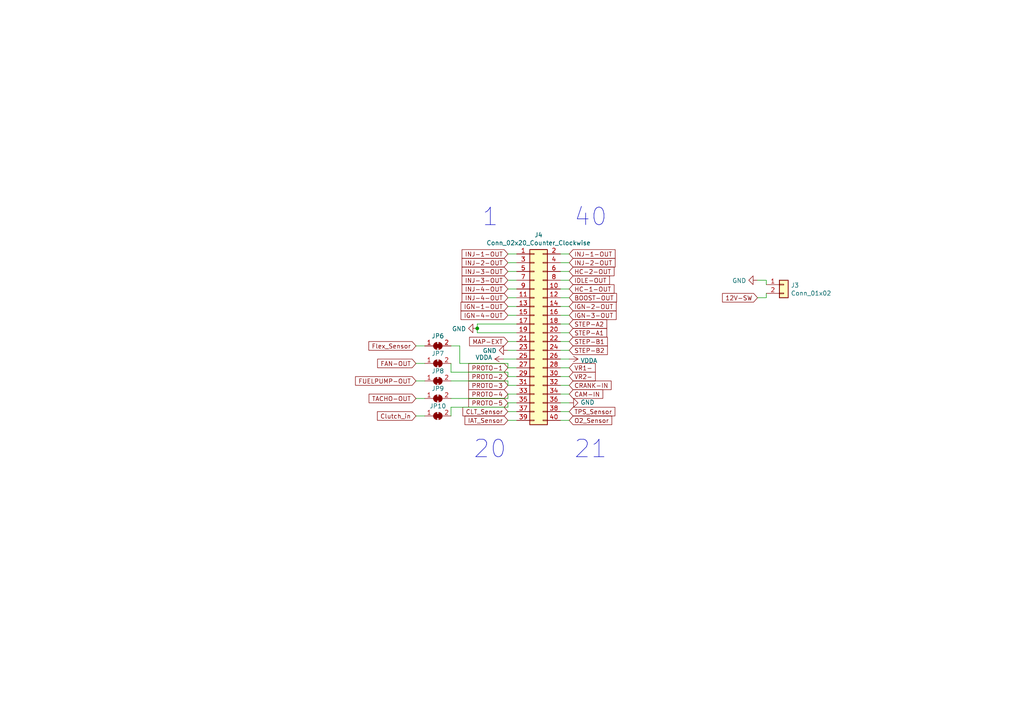
<source format=kicad_sch>
(kicad_sch (version 20210621) (generator eeschema)
  (paper "A4")
  (lib_symbols
    (symbol "Connector_Generic:Conn_01x02" (pin_names (offset 1.016) hide)
      (property "Reference" "J" (at 0 2.54 0))
      (property "Value" "Conn_01x02" (at 0 -5.08 0))
      (symbol "Conn_01x02_1_1"
        (rectangle (start -1.27 -2.413) (end 0 -2.667) (stroke (width 0.1524)))
        (rectangle (start -1.27 0.127) (end 0 -0.127) (stroke (width 0.1524)))
        (rectangle (start -1.27 1.27) (end 1.27 -3.81) (stroke (width 0.254)) (fill (type background)))
        (pin passive line (at -5.08 0 0) (length 3.81) (name "Pin_1") (number "1"))
        (pin passive line (at -5.08 -2.54 0) (length 3.81) (name "Pin_2") (number "2"))
      )
    )
    (symbol "Connector_Generic:Conn_02x20_Odd_Even" (pin_names (offset 1.016) hide)
      (property "Reference" "J" (at 1.27 25.4 0))
      (property "Value" "Conn_02x20_Odd_Even" (at 1.27 -27.94 0))
      (symbol "Conn_02x20_Odd_Even_1_1"
        (rectangle (start -1.27 -25.273) (end 0 -25.527) (stroke (width 0.1524)))
        (rectangle (start -1.27 -22.733) (end 0 -22.987) (stroke (width 0.1524)))
        (rectangle (start -1.27 -20.193) (end 0 -20.447) (stroke (width 0.1524)))
        (rectangle (start -1.27 -17.653) (end 0 -17.907) (stroke (width 0.1524)))
        (rectangle (start -1.27 -15.113) (end 0 -15.367) (stroke (width 0.1524)))
        (rectangle (start -1.27 -12.573) (end 0 -12.827) (stroke (width 0.1524)))
        (rectangle (start -1.27 -10.033) (end 0 -10.287) (stroke (width 0.1524)))
        (rectangle (start -1.27 -7.493) (end 0 -7.747) (stroke (width 0.1524)))
        (rectangle (start -1.27 -4.953) (end 0 -5.207) (stroke (width 0.1524)))
        (rectangle (start -1.27 -2.413) (end 0 -2.667) (stroke (width 0.1524)))
        (rectangle (start -1.27 0.127) (end 0 -0.127) (stroke (width 0.1524)))
        (rectangle (start -1.27 2.667) (end 0 2.413) (stroke (width 0.1524)))
        (rectangle (start -1.27 5.207) (end 0 4.953) (stroke (width 0.1524)))
        (rectangle (start -1.27 7.747) (end 0 7.493) (stroke (width 0.1524)))
        (rectangle (start -1.27 10.287) (end 0 10.033) (stroke (width 0.1524)))
        (rectangle (start -1.27 12.827) (end 0 12.573) (stroke (width 0.1524)))
        (rectangle (start -1.27 15.367) (end 0 15.113) (stroke (width 0.1524)))
        (rectangle (start -1.27 17.907) (end 0 17.653) (stroke (width 0.1524)))
        (rectangle (start -1.27 20.447) (end 0 20.193) (stroke (width 0.1524)))
        (rectangle (start -1.27 22.987) (end 0 22.733) (stroke (width 0.1524)))
        (rectangle (start -1.27 24.13) (end 3.81 -26.67) (stroke (width 0.254)) (fill (type background)))
        (rectangle (start 3.81 -25.273) (end 2.54 -25.527) (stroke (width 0.1524)))
        (rectangle (start 3.81 -22.733) (end 2.54 -22.987) (stroke (width 0.1524)))
        (rectangle (start 3.81 -20.193) (end 2.54 -20.447) (stroke (width 0.1524)))
        (rectangle (start 3.81 -17.653) (end 2.54 -17.907) (stroke (width 0.1524)))
        (rectangle (start 3.81 -15.113) (end 2.54 -15.367) (stroke (width 0.1524)))
        (rectangle (start 3.81 -12.573) (end 2.54 -12.827) (stroke (width 0.1524)))
        (rectangle (start 3.81 -10.033) (end 2.54 -10.287) (stroke (width 0.1524)))
        (rectangle (start 3.81 -7.493) (end 2.54 -7.747) (stroke (width 0.1524)))
        (rectangle (start 3.81 -4.953) (end 2.54 -5.207) (stroke (width 0.1524)))
        (rectangle (start 3.81 -2.413) (end 2.54 -2.667) (stroke (width 0.1524)))
        (rectangle (start 3.81 0.127) (end 2.54 -0.127) (stroke (width 0.1524)))
        (rectangle (start 3.81 2.667) (end 2.54 2.413) (stroke (width 0.1524)))
        (rectangle (start 3.81 5.207) (end 2.54 4.953) (stroke (width 0.1524)))
        (rectangle (start 3.81 7.747) (end 2.54 7.493) (stroke (width 0.1524)))
        (rectangle (start 3.81 10.287) (end 2.54 10.033) (stroke (width 0.1524)))
        (rectangle (start 3.81 12.827) (end 2.54 12.573) (stroke (width 0.1524)))
        (rectangle (start 3.81 15.367) (end 2.54 15.113) (stroke (width 0.1524)))
        (rectangle (start 3.81 17.907) (end 2.54 17.653) (stroke (width 0.1524)))
        (rectangle (start 3.81 20.447) (end 2.54 20.193) (stroke (width 0.1524)))
        (rectangle (start 3.81 22.987) (end 2.54 22.733) (stroke (width 0.1524)))
        (pin passive line (at -5.08 22.86 0) (length 3.81) (name "Pin_1") (number "1"))
        (pin passive line (at 7.62 12.7 180) (length 3.81) (name "Pin_10") (number "10"))
        (pin passive line (at -5.08 10.16 0) (length 3.81) (name "Pin_11") (number "11"))
        (pin passive line (at 7.62 10.16 180) (length 3.81) (name "Pin_12") (number "12"))
        (pin passive line (at -5.08 7.62 0) (length 3.81) (name "Pin_13") (number "13"))
        (pin passive line (at 7.62 7.62 180) (length 3.81) (name "Pin_14") (number "14"))
        (pin passive line (at -5.08 5.08 0) (length 3.81) (name "Pin_15") (number "15"))
        (pin passive line (at 7.62 5.08 180) (length 3.81) (name "Pin_16") (number "16"))
        (pin passive line (at -5.08 2.54 0) (length 3.81) (name "Pin_17") (number "17"))
        (pin passive line (at 7.62 2.54 180) (length 3.81) (name "Pin_18") (number "18"))
        (pin passive line (at -5.08 0 0) (length 3.81) (name "Pin_19") (number "19"))
        (pin passive line (at 7.62 22.86 180) (length 3.81) (name "Pin_2") (number "2"))
        (pin passive line (at 7.62 0 180) (length 3.81) (name "Pin_20") (number "20"))
        (pin passive line (at -5.08 -2.54 0) (length 3.81) (name "Pin_21") (number "21"))
        (pin passive line (at 7.62 -2.54 180) (length 3.81) (name "Pin_22") (number "22"))
        (pin passive line (at -5.08 -5.08 0) (length 3.81) (name "Pin_23") (number "23"))
        (pin passive line (at 7.62 -5.08 180) (length 3.81) (name "Pin_24") (number "24"))
        (pin passive line (at -5.08 -7.62 0) (length 3.81) (name "Pin_25") (number "25"))
        (pin passive line (at 7.62 -7.62 180) (length 3.81) (name "Pin_26") (number "26"))
        (pin passive line (at -5.08 -10.16 0) (length 3.81) (name "Pin_27") (number "27"))
        (pin passive line (at 7.62 -10.16 180) (length 3.81) (name "Pin_28") (number "28"))
        (pin passive line (at -5.08 -12.7 0) (length 3.81) (name "Pin_29") (number "29"))
        (pin passive line (at -5.08 20.32 0) (length 3.81) (name "Pin_3") (number "3"))
        (pin passive line (at 7.62 -12.7 180) (length 3.81) (name "Pin_30") (number "30"))
        (pin passive line (at -5.08 -15.24 0) (length 3.81) (name "Pin_31") (number "31"))
        (pin passive line (at 7.62 -15.24 180) (length 3.81) (name "Pin_32") (number "32"))
        (pin passive line (at -5.08 -17.78 0) (length 3.81) (name "Pin_33") (number "33"))
        (pin passive line (at 7.62 -17.78 180) (length 3.81) (name "Pin_34") (number "34"))
        (pin passive line (at -5.08 -20.32 0) (length 3.81) (name "Pin_35") (number "35"))
        (pin passive line (at 7.62 -20.32 180) (length 3.81) (name "Pin_36") (number "36"))
        (pin passive line (at -5.08 -22.86 0) (length 3.81) (name "Pin_37") (number "37"))
        (pin passive line (at 7.62 -22.86 180) (length 3.81) (name "Pin_38") (number "38"))
        (pin passive line (at -5.08 -25.4 0) (length 3.81) (name "Pin_39") (number "39"))
        (pin passive line (at 7.62 20.32 180) (length 3.81) (name "Pin_4") (number "4"))
        (pin passive line (at 7.62 -25.4 180) (length 3.81) (name "Pin_40") (number "40"))
        (pin passive line (at -5.08 17.78 0) (length 3.81) (name "Pin_5") (number "5"))
        (pin passive line (at 7.62 17.78 180) (length 3.81) (name "Pin_6") (number "6"))
        (pin passive line (at -5.08 15.24 0) (length 3.81) (name "Pin_7") (number "7"))
        (pin passive line (at 7.62 15.24 180) (length 3.81) (name "Pin_8") (number "8"))
        (pin passive line (at -5.08 12.7 0) (length 3.81) (name "Pin_9") (number "9"))
      )
    )
    (symbol "Jumper:SolderJumper_2_Bridged" (pin_names (offset 0) hide)
      (property "Reference" "JP" (at 0 2.032 0))
      (property "Value" "SolderJumper_2_Bridged" (at 0 -2.54 0))
      (symbol "SolderJumper_2_Bridged_0_1"
        (rectangle (start -0.508 0.508) (end 0.508 -0.508) (fill (type outline)))
        (arc (start -0.254 1.016) (mid -1.27 0) (end -0.254 -1.016))
        (arc (start -0.254 1.016) (mid -1.27 0) (end -0.254 -1.016) (fill (type outline)))
        (polyline (pts (xy -0.254 1.016) (xy -0.254 -1.016)))
        (polyline (pts (xy 0.254 1.016) (xy 0.254 -1.016)))
        (arc (start 0.254 -1.016) (mid 1.27 0) (end 0.254 1.016))
        (arc (start 0.254 -1.016) (mid 1.27 0) (end 0.254 1.016) (fill (type outline)))
      )
      (symbol "SolderJumper_2_Bridged_1_1"
        (pin passive line (at -3.81 0 0) (length 2.54) (name "A") (number "1"))
        (pin passive line (at 3.81 0 180) (length 2.54) (name "B") (number "2"))
      )
    )
    (symbol "power:GND" (power) (pin_names (offset 0))
      (property "Value" "GND" (at 0 -3.81 0))
      (symbol "GND_0_1"
        (polyline (pts (xy 0 0) (xy 0 -1.27) (xy 1.27 -1.27) (xy 0 -2.54) (xy -1.27 -1.27) (xy 0 -1.27)))
      )
      (symbol "GND_1_1"
        (pin power_in line (at 0 0 270) (length 0) hide (name "GND") (number "1"))
      )
    )
    (symbol "power:VDDA" (power) (pin_names (offset 0))
      (property "Value" "VDDA" (at 0 3.81 0))
      (symbol "VDDA_0_1"
        (polyline (pts (xy -0.762 1.27) (xy 0 2.54)))
        (polyline (pts (xy 0 0) (xy 0 2.54)))
        (polyline (pts (xy 0 2.54) (xy 0.762 1.27)))
      )
      (symbol "VDDA_1_1"
        (pin power_in line (at 0 0 90) (length 0) hide (name "VDDA") (number "1"))
      )
    )
  )
  (junction (at 138.43 95.25))
  (wire (pts (xy 162.56 91.44) (xy 165.1 91.44)))
  (wire (pts (xy 130.81 110.49) (xy 147.32 110.49)))
  (wire (pts (xy 133.35 105.41) (xy 147.32 105.41)))
  (wire (pts (xy 162.56 121.92) (xy 165.1 121.92)))
  (wire (pts (xy 120.65 115.57) (xy 123.19 115.57)))
  (wire (pts (xy 219.71 86.36) (xy 222.25 86.36)))
  (wire (pts (xy 162.56 78.74) (xy 165.1 78.74)))
  (wire (pts (xy 147.32 83.82) (xy 149.86 83.82)))
  (wire (pts (xy 130.81 100.33) (xy 133.35 100.33)))
  (wire (pts (xy 147.32 99.06) (xy 149.86 99.06)))
  (wire (pts (xy 147.32 115.57) (xy 147.32 114.3)))
  (wire (pts (xy 120.65 100.33) (xy 123.19 100.33)))
  (wire (pts (xy 149.86 119.38) (xy 147.32 119.38)))
  (wire (pts (xy 165.1 119.38) (xy 162.56 119.38)))
  (wire (pts (xy 120.65 105.41) (xy 123.19 105.41)))
  (wire (pts (xy 165.1 109.22) (xy 162.56 109.22)))
  (wire (pts (xy 149.86 93.98) (xy 138.43 93.98)))
  (wire (pts (xy 120.65 110.49) (xy 123.19 110.49)))
  (wire (pts (xy 147.32 105.41) (xy 147.32 106.68)))
  (wire (pts (xy 165.1 114.3) (xy 162.56 114.3)))
  (wire (pts (xy 162.56 81.28) (xy 165.1 81.28)))
  (wire (pts (xy 146.05 104.14) (xy 149.86 104.14)))
  (wire (pts (xy 165.1 86.36) (xy 162.56 86.36)))
  (wire (pts (xy 165.1 76.2) (xy 162.56 76.2)))
  (wire (pts (xy 130.81 105.41) (xy 130.81 107.95)))
  (wire (pts (xy 165.1 99.06) (xy 162.56 99.06)))
  (wire (pts (xy 130.81 120.65) (xy 130.81 118.11)))
  (wire (pts (xy 133.35 100.33) (xy 133.35 105.41)))
  (wire (pts (xy 149.86 86.36) (xy 147.32 86.36)))
  (wire (pts (xy 165.1 83.82) (xy 162.56 83.82)))
  (wire (pts (xy 219.71 81.28) (xy 222.25 81.28)))
  (wire (pts (xy 162.56 111.76) (xy 165.1 111.76)))
  (wire (pts (xy 147.32 110.49) (xy 147.32 111.76)))
  (wire (pts (xy 149.86 96.52) (xy 138.43 96.52)))
  (wire (pts (xy 147.32 121.92) (xy 149.86 121.92)))
  (wire (pts (xy 162.56 101.6) (xy 165.1 101.6)))
  (wire (pts (xy 149.86 76.2) (xy 147.32 76.2)))
  (wire (pts (xy 222.25 86.36) (xy 222.25 85.09)))
  (wire (pts (xy 162.56 106.68) (xy 165.1 106.68)))
  (wire (pts (xy 149.86 116.84) (xy 147.32 116.84)))
  (wire (pts (xy 147.32 106.68) (xy 149.86 106.68)))
  (wire (pts (xy 149.86 91.44) (xy 147.32 91.44)))
  (wire (pts (xy 138.43 93.98) (xy 138.43 95.25)))
  (wire (pts (xy 147.32 88.9) (xy 149.86 88.9)))
  (wire (pts (xy 147.32 118.11) (xy 147.32 116.84)))
  (wire (pts (xy 149.86 114.3) (xy 147.32 114.3)))
  (wire (pts (xy 147.32 78.74) (xy 149.86 78.74)))
  (wire (pts (xy 147.32 107.95) (xy 147.32 109.22)))
  (wire (pts (xy 222.25 81.28) (xy 222.25 82.55)))
  (wire (pts (xy 162.56 116.84) (xy 165.1 116.84)))
  (wire (pts (xy 147.32 73.66) (xy 149.86 73.66)))
  (wire (pts (xy 147.32 111.76) (xy 149.86 111.76)))
  (wire (pts (xy 130.81 115.57) (xy 147.32 115.57)))
  (wire (pts (xy 149.86 109.22) (xy 147.32 109.22)))
  (wire (pts (xy 162.56 73.66) (xy 165.1 73.66)))
  (wire (pts (xy 149.86 81.28) (xy 147.32 81.28)))
  (wire (pts (xy 165.1 104.14) (xy 162.56 104.14)))
  (wire (pts (xy 147.32 101.6) (xy 149.86 101.6)))
  (wire (pts (xy 130.81 118.11) (xy 147.32 118.11)))
  (wire (pts (xy 165.1 93.98) (xy 162.56 93.98)))
  (wire (pts (xy 130.81 107.95) (xy 147.32 107.95)))
  (wire (pts (xy 162.56 96.52) (xy 165.1 96.52)))
  (wire (pts (xy 138.43 96.52) (xy 138.43 95.25)))
  (wire (pts (xy 120.65 120.65) (xy 123.19 120.65)))
  (wire (pts (xy 165.1 88.9) (xy 162.56 88.9)))
  (text "20" (at 137.16 133.35 0) (effects (font (size 5.08 5.08)) (justify left bottom)))
  (text "1" (at 139.7 66.04 0) (effects (font (size 5.08 5.08)) (justify left bottom)))
  (text "21" (at 166.37 133.35 0) (effects (font (size 5.08 5.08)) (justify left bottom)))
  (text "40" (at 166.37 66.04 0) (effects (font (size 5.08 5.08)) (justify left bottom)))
  (global_label "INJ-4-OUT" (shape input) (at 147.32 86.36 180) (property "Intersheet References" "${INTERSHEET_REFS}" (effects hide)))
  (global_label "IAT_Sensor" (shape input) (at 147.32 121.92 180) (property "Intersheet References" "${INTERSHEET_REFS}" (effects hide)))
  (global_label "INJ-2-OUT" (shape input) (at 147.32 76.2 180) (property "Intersheet References" "${INTERSHEET_REFS}" (effects hide)))
  (global_label "IGN-3-OUT" (shape input) (at 165.1 91.44 0) (property "Intersheet References" "${INTERSHEET_REFS}" (effects hide)))
  (global_label "PROTO-4" (shape input) (at 147.32 114.3 180) (property "Intersheet References" "${INTERSHEET_REFS}" (effects hide)))
  (global_label "CAM-IN" (shape input) (at 165.1 114.3 0) (property "Intersheet References" "${INTERSHEET_REFS}" (effects hide)))
  (global_label "CLT_Sensor" (shape input) (at 147.32 119.38 180) (property "Intersheet References" "${INTERSHEET_REFS}" (effects hide)))
  (global_label "Flex_Sensor" (shape input) (at 120.65 100.33 180) (property "Intersheet References" "${INTERSHEET_REFS}" (effects hide)))
  (global_label "VR1-" (shape input) (at 165.1 106.68 0) (property "Intersheet References" "${INTERSHEET_REFS}" (effects hide)))
  (global_label "STEP-B2" (shape input) (at 165.1 101.6 0) (property "Intersheet References" "${INTERSHEET_REFS}" (effects hide)))
  (global_label "CRANK-IN" (shape input) (at 165.1 111.76 0) (property "Intersheet References" "${INTERSHEET_REFS}" (effects hide)))
  (global_label "INJ-2-OUT" (shape input) (at 165.1 76.2 0) (property "Intersheet References" "${INTERSHEET_REFS}" (effects hide)))
  (global_label "INJ-1-OUT" (shape input) (at 147.32 73.66 180) (property "Intersheet References" "${INTERSHEET_REFS}" (effects hide)))
  (global_label "IGN-1-OUT" (shape input) (at 147.32 88.9 180) (property "Intersheet References" "${INTERSHEET_REFS}" (effects hide)))
  (global_label "Clutch_in" (shape input) (at 120.65 120.65 180) (property "Intersheet References" "${INTERSHEET_REFS}" (effects hide)))
  (global_label "STEP-A2" (shape input) (at 165.1 93.98 0) (property "Intersheet References" "${INTERSHEET_REFS}" (effects hide)))
  (global_label "IDLE-OUT" (shape input) (at 165.1 81.28 0) (property "Intersheet References" "${INTERSHEET_REFS}" (effects hide)))
  (global_label "PROTO-2" (shape input) (at 147.32 109.22 180) (property "Intersheet References" "${INTERSHEET_REFS}" (effects hide)))
  (global_label "IGN-2-OUT" (shape input) (at 165.1 88.9 0) (property "Intersheet References" "${INTERSHEET_REFS}" (effects hide)))
  (global_label "FUELPUMP-OUT" (shape input) (at 120.65 110.49 180) (property "Intersheet References" "${INTERSHEET_REFS}" (effects hide)))
  (global_label "BOOST-OUT" (shape input) (at 165.1 86.36 0) (property "Intersheet References" "${INTERSHEET_REFS}" (effects hide)))
  (global_label "HC-1-OUT" (shape input) (at 165.1 83.82 0) (property "Intersheet References" "${INTERSHEET_REFS}" (effects hide)))
  (global_label "TACHO-OUT" (shape input) (at 120.65 115.57 180) (property "Intersheet References" "${INTERSHEET_REFS}" (effects hide)))
  (global_label "STEP-B1" (shape input) (at 165.1 99.06 0) (property "Intersheet References" "${INTERSHEET_REFS}" (effects hide)))
  (global_label "TPS_Sensor" (shape input) (at 165.1 119.38 0) (property "Intersheet References" "${INTERSHEET_REFS}" (effects hide)))
  (global_label "INJ-3-OUT" (shape input) (at 147.32 81.28 180) (property "Intersheet References" "${INTERSHEET_REFS}" (effects hide)))
  (global_label "HC-2-OUT" (shape input) (at 165.1 78.74 0) (property "Intersheet References" "${INTERSHEET_REFS}" (effects hide)))
  (global_label "IGN-4-OUT" (shape input) (at 147.32 91.44 180) (property "Intersheet References" "${INTERSHEET_REFS}" (effects hide)))
  (global_label "STEP-A1" (shape input) (at 165.1 96.52 0) (property "Intersheet References" "${INTERSHEET_REFS}" (effects hide)))
  (global_label "MAP-EXT" (shape input) (at 147.32 99.06 180) (property "Intersheet References" "${INTERSHEET_REFS}" (effects hide)))
  (global_label "INJ-4-OUT" (shape input) (at 147.32 83.82 180) (property "Intersheet References" "${INTERSHEET_REFS}" (effects hide)))
  (global_label "PROTO-5" (shape input) (at 147.32 116.84 180) (property "Intersheet References" "${INTERSHEET_REFS}" (effects hide)))
  (global_label "PROTO-1" (shape input) (at 147.32 106.68 180) (property "Intersheet References" "${INTERSHEET_REFS}" (effects hide)))
  (global_label "INJ-1-OUT" (shape input) (at 165.1 73.66 0) (property "Intersheet References" "${INTERSHEET_REFS}" (effects hide)))
  (global_label "FAN-OUT" (shape input) (at 120.65 105.41 180) (property "Intersheet References" "${INTERSHEET_REFS}" (effects hide)))
  (global_label "INJ-3-OUT" (shape input) (at 147.32 78.74 180) (property "Intersheet References" "${INTERSHEET_REFS}" (effects hide)))
  (global_label "PROTO-3" (shape input) (at 147.32 111.76 180) (property "Intersheet References" "${INTERSHEET_REFS}" (effects hide)))
  (global_label "VR2-" (shape input) (at 165.1 109.22 0) (property "Intersheet References" "${INTERSHEET_REFS}" (effects hide)))
  (global_label "12V-SW" (shape input) (at 219.71 86.36 180) (property "Intersheet References" "${INTERSHEET_REFS}" (effects hide)))
  (global_label "O2_Sensor" (shape input) (at 165.1 121.92 0) (property "Intersheet References" "${INTERSHEET_REFS}" (effects hide)))
  (symbol (lib_id "power:GND") (at 138.43 95.25 270) (unit 1)
    (property "Reference" "#PWR051" (effects hide))
    (property "Value" "GND" (at 135.1788 95.377 90) (effects (justify right)))
  )
  (symbol (lib_id "power:GND") (at 165.1 116.84 90) (unit 1)
    (property "Reference" "#PWR055" (effects hide))
    (property "Value" "GND" (at 168.3512 116.713 90) (effects (justify right)))
  )
  (symbol (lib_id "Connector_Generic:Conn_02x20_Odd_Even") (at 154.94 96.52 0) (unit 1)
    (property "Reference" "J4" (at 156.21 68.1482 0))
    (property "Value" "Conn_02x20_Counter_Clockwise" (at 156.21 70.4596 0))
    (property "Footprint" "Connector_IDC:IDC-Header_2x20_P2.54mm_Vertical" (effects hide))
  )
  (symbol (lib_id "power:VDDA") (at 165.1 104.14 270) (unit 1)
    (property "Reference" "#PWR054" (effects hide))
    (property "Value" "VDDA" (at 168.3512 104.5972 90) (effects (justify left)))
  )
  (symbol (lib_id "power:GND") (at 147.32 101.6 270) (unit 1)
    (property "Reference" "#PWR053" (effects hide))
    (property "Value" "GND" (at 144.0688 101.727 90) (effects (justify right)))
  )
  (symbol (lib_id "power:VDDA") (at 146.05 104.14 90) (unit 1)
    (property "Reference" "#PWR052" (effects hide))
    (property "Value" "VDDA" (at 142.7988 103.6828 90) (effects (justify left)))
  )
  (symbol (lib_id "Connector_Generic:Conn_01x02") (at 227.33 82.55 0) (unit 1)
    (property "Reference" "J3" (at 229.362 82.7532 0) (effects (justify left)))
    (property "Value" "Conn_01x02" (at 229.362 85.0646 0) (effects (justify left)))
    (property "Footprint" "TerminalBlock_Phoenix:TerminalBlock_Phoenix_PT-1,5-2-5.0-H_1x02_P5.00mm_Horizontal" (effects hide))
  )
  (symbol (lib_id "power:GND") (at 219.71 81.28 270) (unit 1)
    (property "Reference" "#PWR0109" (effects hide))
    (property "Value" "GND" (at 216.4588 81.407 90) (effects (justify right)))
  )
  (symbol (lib_id "Jumper:SolderJumper_2_Bridged") (at 127 105.41 0) (unit 1)
    (property "Reference" "JP7" (at 127 102.5398 0))
    (property "Value" "SolderJumper_2_Bridged" (effects hide))
    (property "Footprint" "Jumper:SolderJumper-2_P1.3mm_Bridged_Pad1.0x1.5mm" (effects hide))
  )
  (symbol (lib_id "Jumper:SolderJumper_2_Bridged") (at 127 110.49 0) (unit 1)
    (property "Reference" "JP8" (at 127 107.6198 0))
    (property "Value" "SolderJumper_2_Bridged" (effects hide))
    (property "Footprint" "Jumper:SolderJumper-2_P1.3mm_Bridged_Pad1.0x1.5mm" (effects hide))
  )
  (symbol (lib_id "Jumper:SolderJumper_2_Bridged") (at 127 115.57 0) (unit 1)
    (property "Reference" "JP9" (at 127 112.6998 0))
    (property "Value" "SolderJumper_2_Bridged" (effects hide))
    (property "Footprint" "Jumper:SolderJumper-2_P1.3mm_Bridged_Pad1.0x1.5mm" (effects hide))
  )
  (symbol (lib_id "Jumper:SolderJumper_2_Bridged") (at 127 120.65 0) (unit 1)
    (property "Reference" "JP10" (at 127 117.7798 0))
    (property "Value" "SolderJumper_2_Bridged" (effects hide))
    (property "Footprint" "Jumper:SolderJumper-2_P1.3mm_Bridged_Pad1.0x1.5mm" (effects hide))
  )
  (symbol (lib_id "Jumper:SolderJumper_2_Bridged") (at 127 100.33 0) (unit 1)
    (property "Reference" "JP6" (at 127 97.4598 0))
    (property "Value" "SolderJumper_2_Bridged" (effects hide))
    (property "Footprint" "Jumper:SolderJumper-2_P1.3mm_Bridged_Pad1.0x1.5mm" (effects hide))
  )
)
</source>
